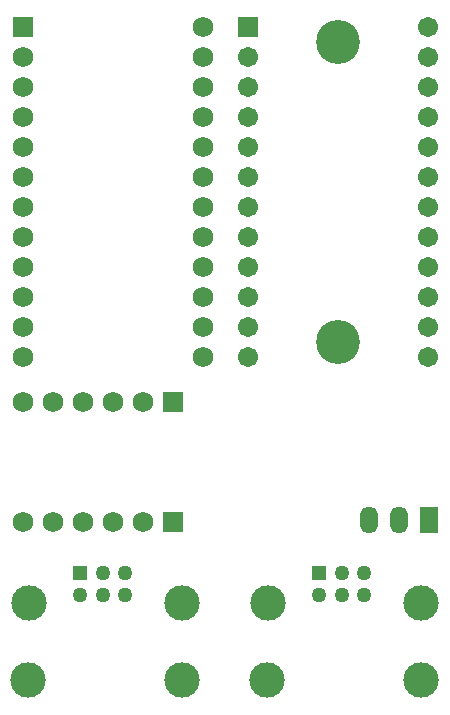
<source format=gbr>
%TF.GenerationSoftware,KiCad,Pcbnew,8.0.6*%
%TF.CreationDate,2025-04-03T12:19:07-05:00*%
%TF.ProjectId,Controller Combiner,436f6e74-726f-46c6-9c65-7220436f6d62,rev?*%
%TF.SameCoordinates,Original*%
%TF.FileFunction,Soldermask,Bot*%
%TF.FilePolarity,Negative*%
%FSLAX46Y46*%
G04 Gerber Fmt 4.6, Leading zero omitted, Abs format (unit mm)*
G04 Created by KiCad (PCBNEW 8.0.6) date 2025-04-03 12:19:07*
%MOMM*%
%LPD*%
G01*
G04 APERTURE LIST*
G04 Aperture macros list*
%AMRoundRect*
0 Rectangle with rounded corners*
0 $1 Rounding radius*
0 $2 $3 $4 $5 $6 $7 $8 $9 X,Y pos of 4 corners*
0 Add a 4 corners polygon primitive as box body*
4,1,4,$2,$3,$4,$5,$6,$7,$8,$9,$2,$3,0*
0 Add four circle primitives for the rounded corners*
1,1,$1+$1,$2,$3*
1,1,$1+$1,$4,$5*
1,1,$1+$1,$6,$7*
1,1,$1+$1,$8,$9*
0 Add four rect primitives between the rounded corners*
20,1,$1+$1,$2,$3,$4,$5,0*
20,1,$1+$1,$4,$5,$6,$7,0*
20,1,$1+$1,$6,$7,$8,$9,0*
20,1,$1+$1,$8,$9,$2,$3,0*%
G04 Aperture macros list end*
%ADD10R,1.752600X1.752600*%
%ADD11C,1.752600*%
%ADD12R,1.270000X1.270000*%
%ADD13C,1.270000*%
%ADD14C,3.000000*%
%ADD15R,1.500000X2.300000*%
%ADD16O,1.500000X2.300000*%
%ADD17C,1.728000*%
%ADD18RoundRect,0.102000X-0.762000X0.762000X-0.762000X-0.762000X0.762000X-0.762000X0.762000X0.762000X0*%
%ADD19RoundRect,0.102000X-0.754000X-0.754000X0.754000X-0.754000X0.754000X0.754000X-0.754000X0.754000X0*%
%ADD20C,1.712000*%
%ADD21C,3.720000*%
G04 APERTURE END LIST*
D10*
%TO.C,U4*%
X114300000Y-62230000D03*
D11*
X114300000Y-64770000D03*
X114300000Y-67310000D03*
X114300000Y-69850000D03*
X114300000Y-72390000D03*
X114300000Y-74930000D03*
X114300000Y-77470000D03*
X114300000Y-80010000D03*
X114300000Y-82550000D03*
X114300000Y-85090000D03*
X114300000Y-87630000D03*
X114300000Y-90170000D03*
X129540000Y-90170000D03*
X129540000Y-87630000D03*
X129540000Y-85090000D03*
X129540000Y-82550000D03*
X129540000Y-80010000D03*
X129540000Y-77470000D03*
X129540000Y-74930000D03*
X129540000Y-72390000D03*
X129540000Y-69850000D03*
X129540000Y-67310000D03*
X129540000Y-64770000D03*
X129540000Y-62230000D03*
%TD*%
D12*
%TO.C,1a1*%
X119125000Y-108405000D03*
D13*
X119125000Y-110310000D03*
X121030000Y-108405000D03*
X121030000Y-110310000D03*
X122935000Y-108405000D03*
X122935000Y-110310000D03*
D14*
X114725000Y-117505000D03*
X114807000Y-110945000D03*
X127725000Y-117505000D03*
X127761000Y-110945000D03*
%TD*%
D15*
%TO.C,U2*%
X148600000Y-103960000D03*
D16*
X146100000Y-103960000D03*
X143600000Y-103910000D03*
%TD*%
D12*
%TO.C,1b1*%
X139355000Y-108405000D03*
D13*
X139355000Y-110310000D03*
X141260000Y-108405000D03*
X141260000Y-110310000D03*
X143165000Y-108405000D03*
X143165000Y-110310000D03*
D14*
X134955000Y-117505000D03*
X135037000Y-110945000D03*
X147955000Y-117505000D03*
X147991000Y-110945000D03*
%TD*%
D17*
%TO.C,U3*%
X119380000Y-104140000D03*
X119380000Y-93980000D03*
X121920000Y-104140000D03*
D18*
X127000000Y-104140000D03*
D17*
X124460000Y-104140000D03*
X116840000Y-104140000D03*
X114300000Y-104140000D03*
X121920000Y-93980000D03*
D18*
X127000000Y-93980000D03*
D17*
X124460000Y-93980000D03*
X116840000Y-93980000D03*
X114300000Y-93980000D03*
%TD*%
D19*
%TO.C,U1*%
X133350000Y-62230000D03*
D20*
X133350000Y-64770000D03*
X133350000Y-67310000D03*
X133350000Y-69850000D03*
X133350000Y-72390000D03*
X133350000Y-74930000D03*
X133350000Y-77470000D03*
X133350000Y-80010000D03*
X133350000Y-82550000D03*
X133350000Y-85090000D03*
X133350000Y-87630000D03*
X133350000Y-90170000D03*
X148590000Y-90170000D03*
X148590000Y-87630000D03*
X148590000Y-85090000D03*
X148590000Y-82550000D03*
X148590000Y-80010000D03*
X148590000Y-77470000D03*
X148590000Y-74930000D03*
X148590000Y-72390000D03*
X148590000Y-69850000D03*
X148590000Y-67310000D03*
X148590000Y-64770000D03*
X148590000Y-62230000D03*
D21*
X140970000Y-63500000D03*
X140970000Y-88900000D03*
%TD*%
M02*

</source>
